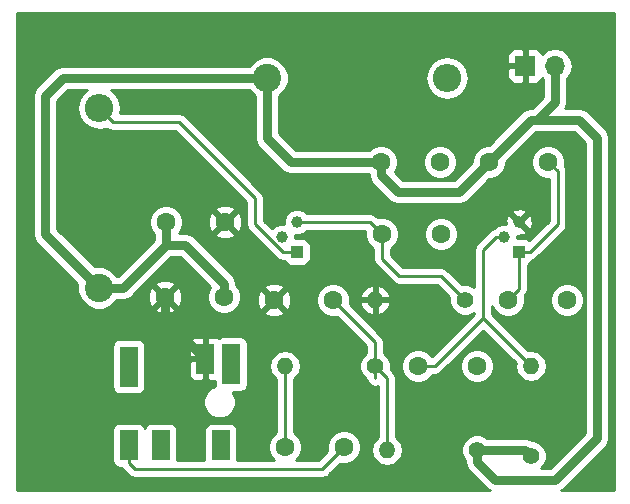
<source format=gbr>
G04 #@! TF.FileFunction,Copper,L1,Top,Signal*
%FSLAX46Y46*%
G04 Gerber Fmt 4.6, Leading zero omitted, Abs format (unit mm)*
G04 Created by KiCad (PCBNEW 4.0.7) date 06/12/18 23:48:04*
%MOMM*%
%LPD*%
G01*
G04 APERTURE LIST*
%ADD10C,0.100000*%
%ADD11C,1.600000*%
%ADD12R,1.500000X2.500000*%
%ADD13R,1.500000X3.400000*%
%ADD14C,2.400000*%
%ADD15O,2.400000X2.400000*%
%ADD16C,1.000000*%
%ADD17R,1.000000X1.000000*%
%ADD18C,1.400000*%
%ADD19O,1.400000X1.400000*%
%ADD20R,1.700000X1.700000*%
%ADD21O,1.700000X1.700000*%
%ADD22C,0.250000*%
%ADD23C,0.781437*%
%ADD24C,0.254000*%
G04 APERTURE END LIST*
D10*
D11*
X83820000Y-92710000D03*
X88820000Y-92710000D03*
X78660000Y-80010000D03*
X73660000Y-80010000D03*
X87884000Y-80264000D03*
X82884000Y-80264000D03*
X91948000Y-68580000D03*
X96948000Y-68580000D03*
X97028000Y-74676000D03*
X92028000Y-74676000D03*
X95076000Y-85852000D03*
X100076000Y-85852000D03*
X101092000Y-68580000D03*
X106092000Y-68580000D03*
X102696000Y-80264000D03*
X107696000Y-80264000D03*
X73740000Y-73660000D03*
X78740000Y-73660000D03*
D12*
X78380000Y-92550000D03*
X73280000Y-92550000D03*
X70580000Y-92550000D03*
D13*
X79280000Y-85700000D03*
D12*
X77080000Y-85250000D03*
D13*
X70580000Y-85900000D03*
D14*
X68072000Y-79248000D03*
D15*
X68072000Y-64008000D03*
D14*
X82296000Y-61468000D03*
D15*
X97536000Y-61468000D03*
D16*
X83566000Y-74930000D03*
X84836000Y-73660000D03*
D17*
X84836000Y-76200000D03*
D16*
X102362000Y-74930000D03*
X103632000Y-73660000D03*
D17*
X103632000Y-76200000D03*
D18*
X91440000Y-85852000D03*
D19*
X83820000Y-85852000D03*
D18*
X100076000Y-92964000D03*
D19*
X92456000Y-92964000D03*
D18*
X99060000Y-80264000D03*
D19*
X91440000Y-80264000D03*
D18*
X104648000Y-93472000D03*
D19*
X104648000Y-85852000D03*
D20*
X104140000Y-60452000D03*
D21*
X106680000Y-60452000D03*
D22*
X83820000Y-85852000D02*
X83820000Y-92710000D01*
X86970000Y-94590000D02*
X86970000Y-94560000D01*
X86970000Y-94560000D02*
X88820000Y-92710000D01*
X71120000Y-94590000D02*
X86970000Y-94590000D01*
X70580000Y-92550000D02*
X70580000Y-94050000D01*
X70580000Y-94050000D02*
X71120000Y-94590000D01*
X70580000Y-92550000D02*
X70580000Y-92050000D01*
D23*
X108712000Y-65024000D02*
X105156000Y-65024000D01*
X106680000Y-60452000D02*
X106680000Y-63500000D01*
X105156000Y-65024000D02*
X104648000Y-65024000D01*
X106680000Y-63500000D02*
X105156000Y-65024000D01*
X100076000Y-92964000D02*
X100076000Y-93953949D01*
X100076000Y-93953949D02*
X101626051Y-95504000D01*
X104648000Y-65024000D02*
X101092000Y-68580000D01*
X101626051Y-95504000D02*
X106680000Y-95504000D01*
X106680000Y-95504000D02*
X110236000Y-91948000D01*
X110236000Y-91948000D02*
X110236000Y-66548000D01*
X110236000Y-66548000D02*
X108712000Y-65024000D01*
X78660000Y-80010000D02*
X78660000Y-78878630D01*
X78660000Y-78878630D02*
X75393370Y-75612000D01*
X75393370Y-75612000D02*
X73740000Y-75612000D01*
X73740000Y-73660000D02*
X73740000Y-74791370D01*
X70104000Y-79248000D02*
X73740000Y-75612000D01*
X73740000Y-75612000D02*
X73740000Y-73660000D01*
X68072000Y-79248000D02*
X70104000Y-79248000D01*
X82296000Y-66548000D02*
X84328000Y-68580000D01*
X84328000Y-68580000D02*
X91948000Y-68580000D01*
X82296000Y-61468000D02*
X82296000Y-66548000D01*
X82296000Y-61468000D02*
X65024000Y-61468000D01*
X65024000Y-61468000D02*
X63500000Y-62992000D01*
X63500000Y-62992000D02*
X63500000Y-74676000D01*
X63500000Y-74676000D02*
X68072000Y-79248000D01*
X93356630Y-71120000D02*
X98552000Y-71120000D01*
X98552000Y-71120000D02*
X101092000Y-68580000D01*
X91948000Y-68580000D02*
X91948000Y-69711370D01*
X91948000Y-69711370D02*
X93356630Y-71120000D01*
X100076000Y-92964000D02*
X104140000Y-92964000D01*
X104140000Y-92964000D02*
X104648000Y-93472000D01*
X73660000Y-80010000D02*
X73660000Y-81830000D01*
X73660000Y-81830000D02*
X77080000Y-85250000D01*
D22*
X91440000Y-83820000D02*
X87884000Y-80264000D01*
X91440000Y-86841949D02*
X91440000Y-85852000D01*
X91440000Y-85852000D02*
X91440000Y-83820000D01*
X92456000Y-92964000D02*
X92456000Y-86868000D01*
X92456000Y-86868000D02*
X91440000Y-85852000D01*
X81280000Y-71628000D02*
X81280000Y-73865002D01*
X81280000Y-73865002D02*
X83614998Y-76200000D01*
X83614998Y-76200000D02*
X84086000Y-76200000D01*
X84086000Y-76200000D02*
X84836000Y-76200000D01*
X74859999Y-65207999D02*
X81280000Y-71628000D01*
X68072000Y-64008000D02*
X69271999Y-65207999D01*
X69271999Y-65207999D02*
X74859999Y-65207999D01*
X93472000Y-78232000D02*
X97028000Y-78232000D01*
X97028000Y-78232000D02*
X99060000Y-80264000D01*
X92028000Y-76788000D02*
X93472000Y-78232000D01*
X92028000Y-74676000D02*
X92028000Y-76788000D01*
X84836000Y-73660000D02*
X91012000Y-73660000D01*
X91012000Y-73660000D02*
X92028000Y-74676000D01*
X96520000Y-85852000D02*
X100584000Y-81788000D01*
X95076000Y-85852000D02*
X96520000Y-85852000D01*
X100584000Y-76000894D02*
X100584000Y-81788000D01*
X100584000Y-81788000D02*
X104648000Y-85852000D01*
X102362000Y-74930000D02*
X101654894Y-74930000D01*
X101654894Y-74930000D02*
X100584000Y-76000894D01*
X103632000Y-76200000D02*
X103632000Y-79328000D01*
X103632000Y-79328000D02*
X102696000Y-80264000D01*
X106891999Y-73871999D02*
X104563998Y-76200000D01*
X104563998Y-76200000D02*
X103632000Y-76200000D01*
X106092000Y-68580000D02*
X106891999Y-69379999D01*
X106891999Y-69379999D02*
X106891999Y-73871999D01*
D24*
G36*
X111633000Y-96393000D02*
X107160287Y-96393000D01*
X107405292Y-96229292D01*
X110961292Y-92673292D01*
X111043673Y-92550000D01*
X111183640Y-92340525D01*
X111261718Y-91948000D01*
X111261718Y-66548000D01*
X111183640Y-66155475D01*
X110961292Y-65822708D01*
X109437292Y-64298708D01*
X109104526Y-64076360D01*
X108712000Y-63998282D01*
X107556975Y-63998282D01*
X107627640Y-63892525D01*
X107705718Y-63500000D01*
X107705718Y-61547408D01*
X107730054Y-61531147D01*
X108051961Y-61049378D01*
X108165000Y-60481093D01*
X108165000Y-60422907D01*
X108051961Y-59854622D01*
X107730054Y-59372853D01*
X107248285Y-59050946D01*
X106680000Y-58937907D01*
X106111715Y-59050946D01*
X105629946Y-59372853D01*
X105600597Y-59416777D01*
X105528327Y-59242302D01*
X105349699Y-59063673D01*
X105116310Y-58967000D01*
X104425750Y-58967000D01*
X104267000Y-59125750D01*
X104267000Y-60325000D01*
X104287000Y-60325000D01*
X104287000Y-60579000D01*
X104267000Y-60579000D01*
X104267000Y-61778250D01*
X104425750Y-61937000D01*
X105116310Y-61937000D01*
X105349699Y-61840327D01*
X105528327Y-61661698D01*
X105600597Y-61487223D01*
X105629946Y-61531147D01*
X105654282Y-61547408D01*
X105654282Y-63075134D01*
X104731134Y-63998282D01*
X104648000Y-63998282D01*
X104255475Y-64076360D01*
X104255473Y-64076361D01*
X104255474Y-64076361D01*
X103922708Y-64298708D01*
X101076430Y-67144986D01*
X100807813Y-67144752D01*
X100280200Y-67362757D01*
X99876176Y-67766077D01*
X99657250Y-68293309D01*
X99657014Y-68564402D01*
X98127134Y-70094282D01*
X93781496Y-70094282D01*
X93122444Y-69435230D01*
X93163824Y-69393923D01*
X93382750Y-68866691D01*
X93382752Y-68864187D01*
X95512752Y-68864187D01*
X95730757Y-69391800D01*
X96134077Y-69795824D01*
X96661309Y-70014750D01*
X97232187Y-70015248D01*
X97759800Y-69797243D01*
X98163824Y-69393923D01*
X98382750Y-68866691D01*
X98383248Y-68295813D01*
X98165243Y-67768200D01*
X97761923Y-67364176D01*
X97234691Y-67145250D01*
X96663813Y-67144752D01*
X96136200Y-67362757D01*
X95732176Y-67766077D01*
X95513250Y-68293309D01*
X95512752Y-68864187D01*
X93382752Y-68864187D01*
X93383248Y-68295813D01*
X93165243Y-67768200D01*
X92761923Y-67364176D01*
X92234691Y-67145250D01*
X91663813Y-67144752D01*
X91136200Y-67362757D01*
X90944341Y-67554282D01*
X84752866Y-67554282D01*
X83321718Y-66123134D01*
X83321718Y-63029655D01*
X83334086Y-63024545D01*
X83850730Y-62508801D01*
X84130681Y-61834605D01*
X84131000Y-61468000D01*
X95665050Y-61468000D01*
X95804731Y-62170224D01*
X96202509Y-62765541D01*
X96797826Y-63163319D01*
X97500050Y-63303000D01*
X97571950Y-63303000D01*
X98274174Y-63163319D01*
X98869491Y-62765541D01*
X99267269Y-62170224D01*
X99406950Y-61468000D01*
X99267269Y-60765776D01*
X99248543Y-60737750D01*
X102655000Y-60737750D01*
X102655000Y-61428309D01*
X102751673Y-61661698D01*
X102930301Y-61840327D01*
X103163690Y-61937000D01*
X103854250Y-61937000D01*
X104013000Y-61778250D01*
X104013000Y-60579000D01*
X102813750Y-60579000D01*
X102655000Y-60737750D01*
X99248543Y-60737750D01*
X98869491Y-60170459D01*
X98274174Y-59772681D01*
X97571950Y-59633000D01*
X97500050Y-59633000D01*
X96797826Y-59772681D01*
X96202509Y-60170459D01*
X95804731Y-60765776D01*
X95665050Y-61468000D01*
X84131000Y-61468000D01*
X84131318Y-61104597D01*
X83852545Y-60429914D01*
X83336801Y-59913270D01*
X82662605Y-59633319D01*
X81932597Y-59632682D01*
X81257914Y-59911455D01*
X80741270Y-60427199D01*
X80735007Y-60442282D01*
X65024000Y-60442282D01*
X64631475Y-60520360D01*
X64631473Y-60520361D01*
X64631474Y-60520361D01*
X64298708Y-60742708D01*
X62774708Y-62266708D01*
X62552360Y-62599474D01*
X62552360Y-62599475D01*
X62474282Y-62992000D01*
X62474282Y-74676000D01*
X62552360Y-75068526D01*
X62774708Y-75401292D01*
X66242451Y-78869035D01*
X66237319Y-78881395D01*
X66236682Y-79611403D01*
X66515455Y-80286086D01*
X67031199Y-80802730D01*
X67705395Y-81082681D01*
X68435403Y-81083318D01*
X68594101Y-81017745D01*
X72831861Y-81017745D01*
X72905995Y-81263864D01*
X73443223Y-81456965D01*
X74013454Y-81429778D01*
X74414005Y-81263864D01*
X74488139Y-81017745D01*
X73660000Y-80189605D01*
X72831861Y-81017745D01*
X68594101Y-81017745D01*
X69110086Y-80804545D01*
X69626730Y-80288801D01*
X69632993Y-80273718D01*
X70104000Y-80273718D01*
X70496526Y-80195640D01*
X70829292Y-79973292D01*
X71009361Y-79793223D01*
X72213035Y-79793223D01*
X72240222Y-80363454D01*
X72406136Y-80764005D01*
X72652255Y-80838139D01*
X73480395Y-80010000D01*
X73839605Y-80010000D01*
X74667745Y-80838139D01*
X74913864Y-80764005D01*
X75106965Y-80226777D01*
X75079778Y-79656546D01*
X74913864Y-79255995D01*
X74667745Y-79181861D01*
X73839605Y-80010000D01*
X73480395Y-80010000D01*
X72652255Y-79181861D01*
X72406136Y-79255995D01*
X72213035Y-79793223D01*
X71009361Y-79793223D01*
X71800329Y-79002255D01*
X72831861Y-79002255D01*
X73660000Y-79830395D01*
X74488139Y-79002255D01*
X74414005Y-78756136D01*
X73876777Y-78563035D01*
X73306546Y-78590222D01*
X72905995Y-78756136D01*
X72831861Y-79002255D01*
X71800329Y-79002255D01*
X74164866Y-76637718D01*
X74968504Y-76637718D01*
X77485556Y-79154770D01*
X77444176Y-79196077D01*
X77225250Y-79723309D01*
X77224752Y-80294187D01*
X77442757Y-80821800D01*
X77846077Y-81225824D01*
X78373309Y-81444750D01*
X78944187Y-81445248D01*
X79364096Y-81271745D01*
X82055861Y-81271745D01*
X82129995Y-81517864D01*
X82667223Y-81710965D01*
X83237454Y-81683778D01*
X83638005Y-81517864D01*
X83712139Y-81271745D01*
X82884000Y-80443605D01*
X82055861Y-81271745D01*
X79364096Y-81271745D01*
X79471800Y-81227243D01*
X79875824Y-80823923D01*
X80094750Y-80296691D01*
X80094967Y-80047223D01*
X81437035Y-80047223D01*
X81464222Y-80617454D01*
X81630136Y-81018005D01*
X81876255Y-81092139D01*
X82704395Y-80264000D01*
X83063605Y-80264000D01*
X83891745Y-81092139D01*
X84137864Y-81018005D01*
X84306735Y-80548187D01*
X86448752Y-80548187D01*
X86666757Y-81075800D01*
X87070077Y-81479824D01*
X87597309Y-81698750D01*
X88168187Y-81699248D01*
X88222149Y-81676951D01*
X90680000Y-84134802D01*
X90680000Y-84724345D01*
X90308902Y-85094796D01*
X90105232Y-85585287D01*
X90104769Y-86116383D01*
X90307582Y-86607229D01*
X90682796Y-86983098D01*
X90710353Y-86994541D01*
X90737852Y-87132788D01*
X90902599Y-87379350D01*
X91149161Y-87544097D01*
X91440000Y-87601949D01*
X91696000Y-87551027D01*
X91696000Y-91879600D01*
X91485858Y-92020012D01*
X91196467Y-92453118D01*
X91094846Y-92964000D01*
X91196467Y-93474882D01*
X91485858Y-93907988D01*
X91918964Y-94197379D01*
X92429846Y-94299000D01*
X92482154Y-94299000D01*
X92993036Y-94197379D01*
X93426142Y-93907988D01*
X93715533Y-93474882D01*
X93817154Y-92964000D01*
X93715533Y-92453118D01*
X93426142Y-92020012D01*
X93216000Y-91879600D01*
X93216000Y-86868000D01*
X93158148Y-86577161D01*
X92993401Y-86330599D01*
X92774774Y-86111972D01*
X92775231Y-85587617D01*
X92572418Y-85096771D01*
X92200000Y-84723703D01*
X92200000Y-83820000D01*
X92146007Y-83548559D01*
X92142148Y-83529160D01*
X91977401Y-83282599D01*
X89297256Y-80602454D01*
X89299384Y-80597329D01*
X90147284Y-80597329D01*
X90290203Y-80942396D01*
X90637337Y-81330764D01*
X91106669Y-81556727D01*
X91313000Y-81434206D01*
X91313000Y-80391000D01*
X91567000Y-80391000D01*
X91567000Y-81434206D01*
X91773331Y-81556727D01*
X92242663Y-81330764D01*
X92589797Y-80942396D01*
X92732716Y-80597329D01*
X92609374Y-80391000D01*
X91567000Y-80391000D01*
X91313000Y-80391000D01*
X90270626Y-80391000D01*
X90147284Y-80597329D01*
X89299384Y-80597329D01*
X89318750Y-80550691D01*
X89319248Y-79979813D01*
X89298943Y-79930671D01*
X90147284Y-79930671D01*
X90270626Y-80137000D01*
X91313000Y-80137000D01*
X91313000Y-79093794D01*
X91567000Y-79093794D01*
X91567000Y-80137000D01*
X92609374Y-80137000D01*
X92732716Y-79930671D01*
X92589797Y-79585604D01*
X92242663Y-79197236D01*
X91773331Y-78971273D01*
X91567000Y-79093794D01*
X91313000Y-79093794D01*
X91106669Y-78971273D01*
X90637337Y-79197236D01*
X90290203Y-79585604D01*
X90147284Y-79930671D01*
X89298943Y-79930671D01*
X89101243Y-79452200D01*
X88697923Y-79048176D01*
X88170691Y-78829250D01*
X87599813Y-78828752D01*
X87072200Y-79046757D01*
X86668176Y-79450077D01*
X86449250Y-79977309D01*
X86448752Y-80548187D01*
X84306735Y-80548187D01*
X84330965Y-80480777D01*
X84303778Y-79910546D01*
X84137864Y-79509995D01*
X83891745Y-79435861D01*
X83063605Y-80264000D01*
X82704395Y-80264000D01*
X81876255Y-79435861D01*
X81630136Y-79509995D01*
X81437035Y-80047223D01*
X80094967Y-80047223D01*
X80095248Y-79725813D01*
X79901231Y-79256255D01*
X82055861Y-79256255D01*
X82884000Y-80084395D01*
X83712139Y-79256255D01*
X83638005Y-79010136D01*
X83100777Y-78817035D01*
X82530546Y-78844222D01*
X82129995Y-79010136D01*
X82055861Y-79256255D01*
X79901231Y-79256255D01*
X79877243Y-79198200D01*
X79685718Y-79006341D01*
X79685718Y-78878630D01*
X79607640Y-78486105D01*
X79385292Y-78153338D01*
X76118662Y-74886708D01*
X75790962Y-74667745D01*
X77911861Y-74667745D01*
X77985995Y-74913864D01*
X78523223Y-75106965D01*
X79093454Y-75079778D01*
X79494005Y-74913864D01*
X79568139Y-74667745D01*
X78740000Y-73839605D01*
X77911861Y-74667745D01*
X75790962Y-74667745D01*
X75785896Y-74664360D01*
X75393370Y-74586282D01*
X74843269Y-74586282D01*
X74955824Y-74473923D01*
X75174750Y-73946691D01*
X75175189Y-73443223D01*
X77293035Y-73443223D01*
X77320222Y-74013454D01*
X77486136Y-74414005D01*
X77732255Y-74488139D01*
X78560395Y-73660000D01*
X78919605Y-73660000D01*
X79747745Y-74488139D01*
X79993864Y-74414005D01*
X80186965Y-73876777D01*
X80159778Y-73306546D01*
X79993864Y-72905995D01*
X79747745Y-72831861D01*
X78919605Y-73660000D01*
X78560395Y-73660000D01*
X77732255Y-72831861D01*
X77486136Y-72905995D01*
X77293035Y-73443223D01*
X75175189Y-73443223D01*
X75175248Y-73375813D01*
X74957243Y-72848200D01*
X74761640Y-72652255D01*
X77911861Y-72652255D01*
X78740000Y-73480395D01*
X79568139Y-72652255D01*
X79494005Y-72406136D01*
X78956777Y-72213035D01*
X78386546Y-72240222D01*
X77985995Y-72406136D01*
X77911861Y-72652255D01*
X74761640Y-72652255D01*
X74553923Y-72444176D01*
X74026691Y-72225250D01*
X73455813Y-72224752D01*
X72928200Y-72442757D01*
X72524176Y-72846077D01*
X72305250Y-73373309D01*
X72304752Y-73944187D01*
X72522757Y-74471800D01*
X72714282Y-74663659D01*
X72714282Y-75187134D01*
X69679134Y-78222282D01*
X69633655Y-78222282D01*
X69628545Y-78209914D01*
X69112801Y-77693270D01*
X68438605Y-77413319D01*
X67708597Y-77412682D01*
X67693503Y-77418919D01*
X64525718Y-74251134D01*
X64525718Y-63416866D01*
X65448866Y-62493718D01*
X67045032Y-62493718D01*
X66774459Y-62674509D01*
X66376681Y-63269826D01*
X66237000Y-63972050D01*
X66237000Y-64043950D01*
X66376681Y-64746174D01*
X66774459Y-65341491D01*
X67369776Y-65739269D01*
X68072000Y-65878950D01*
X68736618Y-65746749D01*
X68981160Y-65910147D01*
X69271999Y-65967999D01*
X74545197Y-65967999D01*
X80520000Y-71942802D01*
X80520000Y-73865002D01*
X80577852Y-74155841D01*
X80742599Y-74402403D01*
X83077597Y-76737401D01*
X83324159Y-76902148D01*
X83614998Y-76960000D01*
X83748721Y-76960000D01*
X83871910Y-77151441D01*
X84084110Y-77296431D01*
X84336000Y-77347440D01*
X85336000Y-77347440D01*
X85571317Y-77303162D01*
X85787441Y-77164090D01*
X85932431Y-76951890D01*
X85983440Y-76700000D01*
X85983440Y-75700000D01*
X85939162Y-75464683D01*
X85800090Y-75248559D01*
X85587890Y-75103569D01*
X85336000Y-75052560D01*
X84700894Y-75052560D01*
X84701119Y-74794883D01*
X85060775Y-74795197D01*
X85478086Y-74622767D01*
X85681207Y-74420000D01*
X90593223Y-74420000D01*
X90592752Y-74960187D01*
X90810757Y-75487800D01*
X91214077Y-75891824D01*
X91268000Y-75914215D01*
X91268000Y-76788000D01*
X91325852Y-77078839D01*
X91490599Y-77325401D01*
X92934599Y-78769401D01*
X93181160Y-78934148D01*
X93472000Y-78992000D01*
X96713198Y-78992000D01*
X97725226Y-80004028D01*
X97724769Y-80528383D01*
X97927582Y-81019229D01*
X98302796Y-81395098D01*
X98793287Y-81598768D01*
X99324383Y-81599231D01*
X99815229Y-81396418D01*
X99824000Y-81387662D01*
X99824000Y-81473198D01*
X96275136Y-85022062D01*
X95889923Y-84636176D01*
X95362691Y-84417250D01*
X94791813Y-84416752D01*
X94264200Y-84634757D01*
X93860176Y-85038077D01*
X93641250Y-85565309D01*
X93640752Y-86136187D01*
X93858757Y-86663800D01*
X94262077Y-87067824D01*
X94789309Y-87286750D01*
X95360187Y-87287248D01*
X95887800Y-87069243D01*
X96291824Y-86665923D01*
X96314215Y-86612000D01*
X96520000Y-86612000D01*
X96810839Y-86554148D01*
X97057401Y-86389401D01*
X97310615Y-86136187D01*
X98640752Y-86136187D01*
X98858757Y-86663800D01*
X99262077Y-87067824D01*
X99789309Y-87286750D01*
X100360187Y-87287248D01*
X100887800Y-87069243D01*
X101291824Y-86665923D01*
X101510750Y-86138691D01*
X101511248Y-85567813D01*
X101293243Y-85040200D01*
X100889923Y-84636176D01*
X100362691Y-84417250D01*
X99791813Y-84416752D01*
X99264200Y-84634757D01*
X98860176Y-85038077D01*
X98641250Y-85565309D01*
X98640752Y-86136187D01*
X97310615Y-86136187D01*
X100584000Y-82862802D01*
X103351830Y-85630632D01*
X103313000Y-85825846D01*
X103313000Y-85878154D01*
X103414621Y-86389036D01*
X103704012Y-86822142D01*
X104137118Y-87111533D01*
X104648000Y-87213154D01*
X105158882Y-87111533D01*
X105591988Y-86822142D01*
X105881379Y-86389036D01*
X105983000Y-85878154D01*
X105983000Y-85825846D01*
X105881379Y-85314964D01*
X105591988Y-84881858D01*
X105158882Y-84592467D01*
X104648000Y-84490846D01*
X104409157Y-84538355D01*
X101344000Y-81473198D01*
X101344000Y-80749663D01*
X101478757Y-81075800D01*
X101882077Y-81479824D01*
X102409309Y-81698750D01*
X102980187Y-81699248D01*
X103507800Y-81481243D01*
X103911824Y-81077923D01*
X104130750Y-80550691D01*
X104130752Y-80548187D01*
X106260752Y-80548187D01*
X106478757Y-81075800D01*
X106882077Y-81479824D01*
X107409309Y-81698750D01*
X107980187Y-81699248D01*
X108507800Y-81481243D01*
X108911824Y-81077923D01*
X109130750Y-80550691D01*
X109131248Y-79979813D01*
X108913243Y-79452200D01*
X108509923Y-79048176D01*
X107982691Y-78829250D01*
X107411813Y-78828752D01*
X106884200Y-79046757D01*
X106480176Y-79450077D01*
X106261250Y-79977309D01*
X106260752Y-80548187D01*
X104130752Y-80548187D01*
X104131248Y-79979813D01*
X104108951Y-79925851D01*
X104169401Y-79865401D01*
X104334148Y-79618839D01*
X104392000Y-79328000D01*
X104392000Y-77287279D01*
X104583441Y-77164090D01*
X104728431Y-76951890D01*
X104733621Y-76926260D01*
X104854837Y-76902148D01*
X105101399Y-76737401D01*
X107429400Y-74409400D01*
X107594147Y-74162838D01*
X107651999Y-73871999D01*
X107651999Y-69379999D01*
X107594147Y-69089160D01*
X107594147Y-69089159D01*
X107495609Y-68941687D01*
X107526750Y-68866691D01*
X107527248Y-68295813D01*
X107309243Y-67768200D01*
X106905923Y-67364176D01*
X106378691Y-67145250D01*
X105807813Y-67144752D01*
X105280200Y-67362757D01*
X104876176Y-67766077D01*
X104657250Y-68293309D01*
X104656752Y-68864187D01*
X104874757Y-69391800D01*
X105278077Y-69795824D01*
X105805309Y-70014750D01*
X106131999Y-70015035D01*
X106131999Y-73557197D01*
X104503738Y-75185458D01*
X104383890Y-75103569D01*
X104132000Y-75052560D01*
X103496894Y-75052560D01*
X103497108Y-74807394D01*
X103937375Y-74776217D01*
X104205352Y-74665217D01*
X104242499Y-74450104D01*
X103632000Y-73839605D01*
X103617858Y-73853748D01*
X103438253Y-73674143D01*
X103452395Y-73660000D01*
X103811605Y-73660000D01*
X104422104Y-74270499D01*
X104637217Y-74233352D01*
X104780112Y-73805028D01*
X104748217Y-73354625D01*
X104637217Y-73086648D01*
X104422104Y-73049501D01*
X103811605Y-73660000D01*
X103452395Y-73660000D01*
X102841896Y-73049501D01*
X102626783Y-73086648D01*
X102483888Y-73514972D01*
X102503727Y-73795123D01*
X102137225Y-73794803D01*
X101719914Y-73967233D01*
X101482427Y-74204306D01*
X101364055Y-74227852D01*
X101117493Y-74392599D01*
X100046599Y-75463493D01*
X99881852Y-75710055D01*
X99824000Y-76000894D01*
X99824000Y-79139710D01*
X99817204Y-79132902D01*
X99326713Y-78929232D01*
X98799574Y-78928772D01*
X97565401Y-77694599D01*
X97318839Y-77529852D01*
X97028000Y-77472000D01*
X93786802Y-77472000D01*
X92788000Y-76473198D01*
X92788000Y-75914646D01*
X92839800Y-75893243D01*
X93243824Y-75489923D01*
X93462750Y-74962691D01*
X93462752Y-74960187D01*
X95592752Y-74960187D01*
X95810757Y-75487800D01*
X96214077Y-75891824D01*
X96741309Y-76110750D01*
X97312187Y-76111248D01*
X97839800Y-75893243D01*
X98243824Y-75489923D01*
X98462750Y-74962691D01*
X98463248Y-74391813D01*
X98245243Y-73864200D01*
X97841923Y-73460176D01*
X97314691Y-73241250D01*
X96743813Y-73240752D01*
X96216200Y-73458757D01*
X95812176Y-73862077D01*
X95593250Y-74389309D01*
X95592752Y-74960187D01*
X93462752Y-74960187D01*
X93463248Y-74391813D01*
X93245243Y-73864200D01*
X92841923Y-73460176D01*
X92314691Y-73241250D01*
X91743813Y-73240752D01*
X91689851Y-73263049D01*
X91549401Y-73122599D01*
X91302839Y-72957852D01*
X91012000Y-72900000D01*
X85681059Y-72900000D01*
X85651008Y-72869896D01*
X103021501Y-72869896D01*
X103632000Y-73480395D01*
X104242499Y-72869896D01*
X104205352Y-72654783D01*
X103777028Y-72511888D01*
X103326625Y-72543783D01*
X103058648Y-72654783D01*
X103021501Y-72869896D01*
X85651008Y-72869896D01*
X85479765Y-72698355D01*
X85062756Y-72525197D01*
X84611225Y-72524803D01*
X84193914Y-72697233D01*
X83874355Y-73016235D01*
X83701197Y-73433244D01*
X83700881Y-73795117D01*
X83341225Y-73794803D01*
X82923914Y-73967233D01*
X82690270Y-74200470D01*
X82040000Y-73550200D01*
X82040000Y-71628000D01*
X81982148Y-71337161D01*
X81817401Y-71090599D01*
X75397400Y-64670598D01*
X75150838Y-64505851D01*
X74859999Y-64447999D01*
X69826630Y-64447999D01*
X69907000Y-64043950D01*
X69907000Y-63972050D01*
X69767319Y-63269826D01*
X69369541Y-62674509D01*
X69098968Y-62493718D01*
X80734345Y-62493718D01*
X80739455Y-62506086D01*
X81255199Y-63022730D01*
X81270282Y-63028993D01*
X81270282Y-66548000D01*
X81348360Y-66940526D01*
X81570708Y-67273292D01*
X83602708Y-69305292D01*
X83935474Y-69527640D01*
X84328000Y-69605718D01*
X90922282Y-69605718D01*
X90922282Y-69711370D01*
X91000360Y-70103896D01*
X91222708Y-70436662D01*
X92631338Y-71845292D01*
X92964105Y-72067640D01*
X93356630Y-72145718D01*
X98552000Y-72145718D01*
X98944526Y-72067640D01*
X99277292Y-71845292D01*
X101107570Y-70015014D01*
X101376187Y-70015248D01*
X101903800Y-69797243D01*
X102307824Y-69393923D01*
X102526750Y-68866691D01*
X102526986Y-68595598D01*
X105072866Y-66049718D01*
X108287134Y-66049718D01*
X109210282Y-66972866D01*
X109210282Y-91523134D01*
X106255134Y-94478282D01*
X105529585Y-94478282D01*
X105779098Y-94229204D01*
X105982768Y-93738713D01*
X105983231Y-93207617D01*
X105780418Y-92716771D01*
X105405204Y-92340902D01*
X104914713Y-92137232D01*
X104713160Y-92137056D01*
X104532526Y-92016360D01*
X104140000Y-91938282D01*
X100938400Y-91938282D01*
X100833204Y-91832902D01*
X100342713Y-91629232D01*
X99811617Y-91628769D01*
X99320771Y-91831582D01*
X98944902Y-92206796D01*
X98741232Y-92697287D01*
X98740769Y-93228383D01*
X98943582Y-93719229D01*
X99050282Y-93826115D01*
X99050282Y-93953949D01*
X99128360Y-94346475D01*
X99350708Y-94679241D01*
X100900759Y-96229292D01*
X101145764Y-96393000D01*
X61087000Y-96393000D01*
X61087000Y-91300000D01*
X69182560Y-91300000D01*
X69182560Y-93800000D01*
X69226838Y-94035317D01*
X69365910Y-94251441D01*
X69578110Y-94396431D01*
X69830000Y-94447440D01*
X69949080Y-94447440D01*
X70042599Y-94587401D01*
X70582599Y-95127401D01*
X70829160Y-95292148D01*
X71120000Y-95350000D01*
X86970000Y-95350000D01*
X87260839Y-95292148D01*
X87507401Y-95127401D01*
X87567811Y-95036991D01*
X88481546Y-94123256D01*
X88533309Y-94144750D01*
X89104187Y-94145248D01*
X89631800Y-93927243D01*
X90035824Y-93523923D01*
X90254750Y-92996691D01*
X90255248Y-92425813D01*
X90037243Y-91898200D01*
X89633923Y-91494176D01*
X89106691Y-91275250D01*
X88535813Y-91274752D01*
X88008200Y-91492757D01*
X87604176Y-91896077D01*
X87385250Y-92423309D01*
X87384752Y-92994187D01*
X87407049Y-93048149D01*
X86625198Y-93830000D01*
X84729213Y-93830000D01*
X85035824Y-93523923D01*
X85254750Y-92996691D01*
X85255248Y-92425813D01*
X85037243Y-91898200D01*
X84633923Y-91494176D01*
X84580000Y-91471785D01*
X84580000Y-86936400D01*
X84790142Y-86795988D01*
X85079533Y-86362882D01*
X85181154Y-85852000D01*
X85079533Y-85341118D01*
X84790142Y-84908012D01*
X84357036Y-84618621D01*
X83846154Y-84517000D01*
X83793846Y-84517000D01*
X83282964Y-84618621D01*
X82849858Y-84908012D01*
X82560467Y-85341118D01*
X82458846Y-85852000D01*
X82560467Y-86362882D01*
X82849858Y-86795988D01*
X83060000Y-86936400D01*
X83060000Y-91471354D01*
X83008200Y-91492757D01*
X82604176Y-91896077D01*
X82385250Y-92423309D01*
X82384752Y-92994187D01*
X82602757Y-93521800D01*
X82910420Y-93830000D01*
X79771365Y-93830000D01*
X79777440Y-93800000D01*
X79777440Y-91300000D01*
X79733162Y-91064683D01*
X79594090Y-90848559D01*
X79381890Y-90703569D01*
X79130000Y-90652560D01*
X77630000Y-90652560D01*
X77394683Y-90696838D01*
X77178559Y-90835910D01*
X77033569Y-91048110D01*
X76982560Y-91300000D01*
X76982560Y-93800000D01*
X76988205Y-93830000D01*
X74671365Y-93830000D01*
X74677440Y-93800000D01*
X74677440Y-91300000D01*
X74633162Y-91064683D01*
X74494090Y-90848559D01*
X74281890Y-90703569D01*
X74030000Y-90652560D01*
X72530000Y-90652560D01*
X72294683Y-90696838D01*
X72078559Y-90835910D01*
X71933569Y-91048110D01*
X71930919Y-91061197D01*
X71794090Y-90848559D01*
X71581890Y-90703569D01*
X71330000Y-90652560D01*
X69830000Y-90652560D01*
X69594683Y-90696838D01*
X69378559Y-90835910D01*
X69233569Y-91048110D01*
X69182560Y-91300000D01*
X61087000Y-91300000D01*
X61087000Y-89174285D01*
X76894760Y-89174285D01*
X77105169Y-89683515D01*
X77494436Y-90073461D01*
X78003298Y-90284759D01*
X78554285Y-90285240D01*
X79063515Y-90074831D01*
X79453461Y-89685564D01*
X79664759Y-89176702D01*
X79665240Y-88625715D01*
X79454831Y-88116485D01*
X79385906Y-88047440D01*
X80030000Y-88047440D01*
X80265317Y-88003162D01*
X80481441Y-87864090D01*
X80626431Y-87651890D01*
X80677440Y-87400000D01*
X80677440Y-84000000D01*
X80633162Y-83764683D01*
X80494090Y-83548559D01*
X80281890Y-83403569D01*
X80030000Y-83352560D01*
X78530000Y-83352560D01*
X78294683Y-83396838D01*
X78191354Y-83463328D01*
X78189699Y-83461673D01*
X77956310Y-83365000D01*
X77365750Y-83365000D01*
X77207000Y-83523750D01*
X77207000Y-85123000D01*
X77227000Y-85123000D01*
X77227000Y-85377000D01*
X77207000Y-85377000D01*
X77207000Y-86976250D01*
X77365750Y-87135000D01*
X77882560Y-87135000D01*
X77882560Y-87400000D01*
X77911480Y-87553697D01*
X77496485Y-87725169D01*
X77106539Y-88114436D01*
X76895241Y-88623298D01*
X76894760Y-89174285D01*
X61087000Y-89174285D01*
X61087000Y-84200000D01*
X69182560Y-84200000D01*
X69182560Y-87600000D01*
X69226838Y-87835317D01*
X69365910Y-88051441D01*
X69578110Y-88196431D01*
X69830000Y-88247440D01*
X71330000Y-88247440D01*
X71565317Y-88203162D01*
X71781441Y-88064090D01*
X71926431Y-87851890D01*
X71977440Y-87600000D01*
X71977440Y-85535750D01*
X75695000Y-85535750D01*
X75695000Y-86626309D01*
X75791673Y-86859698D01*
X75970301Y-87038327D01*
X76203690Y-87135000D01*
X76794250Y-87135000D01*
X76953000Y-86976250D01*
X76953000Y-85377000D01*
X75853750Y-85377000D01*
X75695000Y-85535750D01*
X71977440Y-85535750D01*
X71977440Y-84200000D01*
X71933162Y-83964683D01*
X71874611Y-83873691D01*
X75695000Y-83873691D01*
X75695000Y-84964250D01*
X75853750Y-85123000D01*
X76953000Y-85123000D01*
X76953000Y-83523750D01*
X76794250Y-83365000D01*
X76203690Y-83365000D01*
X75970301Y-83461673D01*
X75791673Y-83640302D01*
X75695000Y-83873691D01*
X71874611Y-83873691D01*
X71794090Y-83748559D01*
X71581890Y-83603569D01*
X71330000Y-83552560D01*
X69830000Y-83552560D01*
X69594683Y-83596838D01*
X69378559Y-83735910D01*
X69233569Y-83948110D01*
X69182560Y-84200000D01*
X61087000Y-84200000D01*
X61087000Y-59475691D01*
X102655000Y-59475691D01*
X102655000Y-60166250D01*
X102813750Y-60325000D01*
X104013000Y-60325000D01*
X104013000Y-59125750D01*
X103854250Y-58967000D01*
X103163690Y-58967000D01*
X102930301Y-59063673D01*
X102751673Y-59242302D01*
X102655000Y-59475691D01*
X61087000Y-59475691D01*
X61087000Y-56007000D01*
X111633000Y-56007000D01*
X111633000Y-96393000D01*
X111633000Y-96393000D01*
G37*
X111633000Y-96393000D02*
X107160287Y-96393000D01*
X107405292Y-96229292D01*
X110961292Y-92673292D01*
X111043673Y-92550000D01*
X111183640Y-92340525D01*
X111261718Y-91948000D01*
X111261718Y-66548000D01*
X111183640Y-66155475D01*
X110961292Y-65822708D01*
X109437292Y-64298708D01*
X109104526Y-64076360D01*
X108712000Y-63998282D01*
X107556975Y-63998282D01*
X107627640Y-63892525D01*
X107705718Y-63500000D01*
X107705718Y-61547408D01*
X107730054Y-61531147D01*
X108051961Y-61049378D01*
X108165000Y-60481093D01*
X108165000Y-60422907D01*
X108051961Y-59854622D01*
X107730054Y-59372853D01*
X107248285Y-59050946D01*
X106680000Y-58937907D01*
X106111715Y-59050946D01*
X105629946Y-59372853D01*
X105600597Y-59416777D01*
X105528327Y-59242302D01*
X105349699Y-59063673D01*
X105116310Y-58967000D01*
X104425750Y-58967000D01*
X104267000Y-59125750D01*
X104267000Y-60325000D01*
X104287000Y-60325000D01*
X104287000Y-60579000D01*
X104267000Y-60579000D01*
X104267000Y-61778250D01*
X104425750Y-61937000D01*
X105116310Y-61937000D01*
X105349699Y-61840327D01*
X105528327Y-61661698D01*
X105600597Y-61487223D01*
X105629946Y-61531147D01*
X105654282Y-61547408D01*
X105654282Y-63075134D01*
X104731134Y-63998282D01*
X104648000Y-63998282D01*
X104255475Y-64076360D01*
X104255473Y-64076361D01*
X104255474Y-64076361D01*
X103922708Y-64298708D01*
X101076430Y-67144986D01*
X100807813Y-67144752D01*
X100280200Y-67362757D01*
X99876176Y-67766077D01*
X99657250Y-68293309D01*
X99657014Y-68564402D01*
X98127134Y-70094282D01*
X93781496Y-70094282D01*
X93122444Y-69435230D01*
X93163824Y-69393923D01*
X93382750Y-68866691D01*
X93382752Y-68864187D01*
X95512752Y-68864187D01*
X95730757Y-69391800D01*
X96134077Y-69795824D01*
X96661309Y-70014750D01*
X97232187Y-70015248D01*
X97759800Y-69797243D01*
X98163824Y-69393923D01*
X98382750Y-68866691D01*
X98383248Y-68295813D01*
X98165243Y-67768200D01*
X97761923Y-67364176D01*
X97234691Y-67145250D01*
X96663813Y-67144752D01*
X96136200Y-67362757D01*
X95732176Y-67766077D01*
X95513250Y-68293309D01*
X95512752Y-68864187D01*
X93382752Y-68864187D01*
X93383248Y-68295813D01*
X93165243Y-67768200D01*
X92761923Y-67364176D01*
X92234691Y-67145250D01*
X91663813Y-67144752D01*
X91136200Y-67362757D01*
X90944341Y-67554282D01*
X84752866Y-67554282D01*
X83321718Y-66123134D01*
X83321718Y-63029655D01*
X83334086Y-63024545D01*
X83850730Y-62508801D01*
X84130681Y-61834605D01*
X84131000Y-61468000D01*
X95665050Y-61468000D01*
X95804731Y-62170224D01*
X96202509Y-62765541D01*
X96797826Y-63163319D01*
X97500050Y-63303000D01*
X97571950Y-63303000D01*
X98274174Y-63163319D01*
X98869491Y-62765541D01*
X99267269Y-62170224D01*
X99406950Y-61468000D01*
X99267269Y-60765776D01*
X99248543Y-60737750D01*
X102655000Y-60737750D01*
X102655000Y-61428309D01*
X102751673Y-61661698D01*
X102930301Y-61840327D01*
X103163690Y-61937000D01*
X103854250Y-61937000D01*
X104013000Y-61778250D01*
X104013000Y-60579000D01*
X102813750Y-60579000D01*
X102655000Y-60737750D01*
X99248543Y-60737750D01*
X98869491Y-60170459D01*
X98274174Y-59772681D01*
X97571950Y-59633000D01*
X97500050Y-59633000D01*
X96797826Y-59772681D01*
X96202509Y-60170459D01*
X95804731Y-60765776D01*
X95665050Y-61468000D01*
X84131000Y-61468000D01*
X84131318Y-61104597D01*
X83852545Y-60429914D01*
X83336801Y-59913270D01*
X82662605Y-59633319D01*
X81932597Y-59632682D01*
X81257914Y-59911455D01*
X80741270Y-60427199D01*
X80735007Y-60442282D01*
X65024000Y-60442282D01*
X64631475Y-60520360D01*
X64631473Y-60520361D01*
X64631474Y-60520361D01*
X64298708Y-60742708D01*
X62774708Y-62266708D01*
X62552360Y-62599474D01*
X62552360Y-62599475D01*
X62474282Y-62992000D01*
X62474282Y-74676000D01*
X62552360Y-75068526D01*
X62774708Y-75401292D01*
X66242451Y-78869035D01*
X66237319Y-78881395D01*
X66236682Y-79611403D01*
X66515455Y-80286086D01*
X67031199Y-80802730D01*
X67705395Y-81082681D01*
X68435403Y-81083318D01*
X68594101Y-81017745D01*
X72831861Y-81017745D01*
X72905995Y-81263864D01*
X73443223Y-81456965D01*
X74013454Y-81429778D01*
X74414005Y-81263864D01*
X74488139Y-81017745D01*
X73660000Y-80189605D01*
X72831861Y-81017745D01*
X68594101Y-81017745D01*
X69110086Y-80804545D01*
X69626730Y-80288801D01*
X69632993Y-80273718D01*
X70104000Y-80273718D01*
X70496526Y-80195640D01*
X70829292Y-79973292D01*
X71009361Y-79793223D01*
X72213035Y-79793223D01*
X72240222Y-80363454D01*
X72406136Y-80764005D01*
X72652255Y-80838139D01*
X73480395Y-80010000D01*
X73839605Y-80010000D01*
X74667745Y-80838139D01*
X74913864Y-80764005D01*
X75106965Y-80226777D01*
X75079778Y-79656546D01*
X74913864Y-79255995D01*
X74667745Y-79181861D01*
X73839605Y-80010000D01*
X73480395Y-80010000D01*
X72652255Y-79181861D01*
X72406136Y-79255995D01*
X72213035Y-79793223D01*
X71009361Y-79793223D01*
X71800329Y-79002255D01*
X72831861Y-79002255D01*
X73660000Y-79830395D01*
X74488139Y-79002255D01*
X74414005Y-78756136D01*
X73876777Y-78563035D01*
X73306546Y-78590222D01*
X72905995Y-78756136D01*
X72831861Y-79002255D01*
X71800329Y-79002255D01*
X74164866Y-76637718D01*
X74968504Y-76637718D01*
X77485556Y-79154770D01*
X77444176Y-79196077D01*
X77225250Y-79723309D01*
X77224752Y-80294187D01*
X77442757Y-80821800D01*
X77846077Y-81225824D01*
X78373309Y-81444750D01*
X78944187Y-81445248D01*
X79364096Y-81271745D01*
X82055861Y-81271745D01*
X82129995Y-81517864D01*
X82667223Y-81710965D01*
X83237454Y-81683778D01*
X83638005Y-81517864D01*
X83712139Y-81271745D01*
X82884000Y-80443605D01*
X82055861Y-81271745D01*
X79364096Y-81271745D01*
X79471800Y-81227243D01*
X79875824Y-80823923D01*
X80094750Y-80296691D01*
X80094967Y-80047223D01*
X81437035Y-80047223D01*
X81464222Y-80617454D01*
X81630136Y-81018005D01*
X81876255Y-81092139D01*
X82704395Y-80264000D01*
X83063605Y-80264000D01*
X83891745Y-81092139D01*
X84137864Y-81018005D01*
X84306735Y-80548187D01*
X86448752Y-80548187D01*
X86666757Y-81075800D01*
X87070077Y-81479824D01*
X87597309Y-81698750D01*
X88168187Y-81699248D01*
X88222149Y-81676951D01*
X90680000Y-84134802D01*
X90680000Y-84724345D01*
X90308902Y-85094796D01*
X90105232Y-85585287D01*
X90104769Y-86116383D01*
X90307582Y-86607229D01*
X90682796Y-86983098D01*
X90710353Y-86994541D01*
X90737852Y-87132788D01*
X90902599Y-87379350D01*
X91149161Y-87544097D01*
X91440000Y-87601949D01*
X91696000Y-87551027D01*
X91696000Y-91879600D01*
X91485858Y-92020012D01*
X91196467Y-92453118D01*
X91094846Y-92964000D01*
X91196467Y-93474882D01*
X91485858Y-93907988D01*
X91918964Y-94197379D01*
X92429846Y-94299000D01*
X92482154Y-94299000D01*
X92993036Y-94197379D01*
X93426142Y-93907988D01*
X93715533Y-93474882D01*
X93817154Y-92964000D01*
X93715533Y-92453118D01*
X93426142Y-92020012D01*
X93216000Y-91879600D01*
X93216000Y-86868000D01*
X93158148Y-86577161D01*
X92993401Y-86330599D01*
X92774774Y-86111972D01*
X92775231Y-85587617D01*
X92572418Y-85096771D01*
X92200000Y-84723703D01*
X92200000Y-83820000D01*
X92146007Y-83548559D01*
X92142148Y-83529160D01*
X91977401Y-83282599D01*
X89297256Y-80602454D01*
X89299384Y-80597329D01*
X90147284Y-80597329D01*
X90290203Y-80942396D01*
X90637337Y-81330764D01*
X91106669Y-81556727D01*
X91313000Y-81434206D01*
X91313000Y-80391000D01*
X91567000Y-80391000D01*
X91567000Y-81434206D01*
X91773331Y-81556727D01*
X92242663Y-81330764D01*
X92589797Y-80942396D01*
X92732716Y-80597329D01*
X92609374Y-80391000D01*
X91567000Y-80391000D01*
X91313000Y-80391000D01*
X90270626Y-80391000D01*
X90147284Y-80597329D01*
X89299384Y-80597329D01*
X89318750Y-80550691D01*
X89319248Y-79979813D01*
X89298943Y-79930671D01*
X90147284Y-79930671D01*
X90270626Y-80137000D01*
X91313000Y-80137000D01*
X91313000Y-79093794D01*
X91567000Y-79093794D01*
X91567000Y-80137000D01*
X92609374Y-80137000D01*
X92732716Y-79930671D01*
X92589797Y-79585604D01*
X92242663Y-79197236D01*
X91773331Y-78971273D01*
X91567000Y-79093794D01*
X91313000Y-79093794D01*
X91106669Y-78971273D01*
X90637337Y-79197236D01*
X90290203Y-79585604D01*
X90147284Y-79930671D01*
X89298943Y-79930671D01*
X89101243Y-79452200D01*
X88697923Y-79048176D01*
X88170691Y-78829250D01*
X87599813Y-78828752D01*
X87072200Y-79046757D01*
X86668176Y-79450077D01*
X86449250Y-79977309D01*
X86448752Y-80548187D01*
X84306735Y-80548187D01*
X84330965Y-80480777D01*
X84303778Y-79910546D01*
X84137864Y-79509995D01*
X83891745Y-79435861D01*
X83063605Y-80264000D01*
X82704395Y-80264000D01*
X81876255Y-79435861D01*
X81630136Y-79509995D01*
X81437035Y-80047223D01*
X80094967Y-80047223D01*
X80095248Y-79725813D01*
X79901231Y-79256255D01*
X82055861Y-79256255D01*
X82884000Y-80084395D01*
X83712139Y-79256255D01*
X83638005Y-79010136D01*
X83100777Y-78817035D01*
X82530546Y-78844222D01*
X82129995Y-79010136D01*
X82055861Y-79256255D01*
X79901231Y-79256255D01*
X79877243Y-79198200D01*
X79685718Y-79006341D01*
X79685718Y-78878630D01*
X79607640Y-78486105D01*
X79385292Y-78153338D01*
X76118662Y-74886708D01*
X75790962Y-74667745D01*
X77911861Y-74667745D01*
X77985995Y-74913864D01*
X78523223Y-75106965D01*
X79093454Y-75079778D01*
X79494005Y-74913864D01*
X79568139Y-74667745D01*
X78740000Y-73839605D01*
X77911861Y-74667745D01*
X75790962Y-74667745D01*
X75785896Y-74664360D01*
X75393370Y-74586282D01*
X74843269Y-74586282D01*
X74955824Y-74473923D01*
X75174750Y-73946691D01*
X75175189Y-73443223D01*
X77293035Y-73443223D01*
X77320222Y-74013454D01*
X77486136Y-74414005D01*
X77732255Y-74488139D01*
X78560395Y-73660000D01*
X78919605Y-73660000D01*
X79747745Y-74488139D01*
X79993864Y-74414005D01*
X80186965Y-73876777D01*
X80159778Y-73306546D01*
X79993864Y-72905995D01*
X79747745Y-72831861D01*
X78919605Y-73660000D01*
X78560395Y-73660000D01*
X77732255Y-72831861D01*
X77486136Y-72905995D01*
X77293035Y-73443223D01*
X75175189Y-73443223D01*
X75175248Y-73375813D01*
X74957243Y-72848200D01*
X74761640Y-72652255D01*
X77911861Y-72652255D01*
X78740000Y-73480395D01*
X79568139Y-72652255D01*
X79494005Y-72406136D01*
X78956777Y-72213035D01*
X78386546Y-72240222D01*
X77985995Y-72406136D01*
X77911861Y-72652255D01*
X74761640Y-72652255D01*
X74553923Y-72444176D01*
X74026691Y-72225250D01*
X73455813Y-72224752D01*
X72928200Y-72442757D01*
X72524176Y-72846077D01*
X72305250Y-73373309D01*
X72304752Y-73944187D01*
X72522757Y-74471800D01*
X72714282Y-74663659D01*
X72714282Y-75187134D01*
X69679134Y-78222282D01*
X69633655Y-78222282D01*
X69628545Y-78209914D01*
X69112801Y-77693270D01*
X68438605Y-77413319D01*
X67708597Y-77412682D01*
X67693503Y-77418919D01*
X64525718Y-74251134D01*
X64525718Y-63416866D01*
X65448866Y-62493718D01*
X67045032Y-62493718D01*
X66774459Y-62674509D01*
X66376681Y-63269826D01*
X66237000Y-63972050D01*
X66237000Y-64043950D01*
X66376681Y-64746174D01*
X66774459Y-65341491D01*
X67369776Y-65739269D01*
X68072000Y-65878950D01*
X68736618Y-65746749D01*
X68981160Y-65910147D01*
X69271999Y-65967999D01*
X74545197Y-65967999D01*
X80520000Y-71942802D01*
X80520000Y-73865002D01*
X80577852Y-74155841D01*
X80742599Y-74402403D01*
X83077597Y-76737401D01*
X83324159Y-76902148D01*
X83614998Y-76960000D01*
X83748721Y-76960000D01*
X83871910Y-77151441D01*
X84084110Y-77296431D01*
X84336000Y-77347440D01*
X85336000Y-77347440D01*
X85571317Y-77303162D01*
X85787441Y-77164090D01*
X85932431Y-76951890D01*
X85983440Y-76700000D01*
X85983440Y-75700000D01*
X85939162Y-75464683D01*
X85800090Y-75248559D01*
X85587890Y-75103569D01*
X85336000Y-75052560D01*
X84700894Y-75052560D01*
X84701119Y-74794883D01*
X85060775Y-74795197D01*
X85478086Y-74622767D01*
X85681207Y-74420000D01*
X90593223Y-74420000D01*
X90592752Y-74960187D01*
X90810757Y-75487800D01*
X91214077Y-75891824D01*
X91268000Y-75914215D01*
X91268000Y-76788000D01*
X91325852Y-77078839D01*
X91490599Y-77325401D01*
X92934599Y-78769401D01*
X93181160Y-78934148D01*
X93472000Y-78992000D01*
X96713198Y-78992000D01*
X97725226Y-80004028D01*
X97724769Y-80528383D01*
X97927582Y-81019229D01*
X98302796Y-81395098D01*
X98793287Y-81598768D01*
X99324383Y-81599231D01*
X99815229Y-81396418D01*
X99824000Y-81387662D01*
X99824000Y-81473198D01*
X96275136Y-85022062D01*
X95889923Y-84636176D01*
X95362691Y-84417250D01*
X94791813Y-84416752D01*
X94264200Y-84634757D01*
X93860176Y-85038077D01*
X93641250Y-85565309D01*
X93640752Y-86136187D01*
X93858757Y-86663800D01*
X94262077Y-87067824D01*
X94789309Y-87286750D01*
X95360187Y-87287248D01*
X95887800Y-87069243D01*
X96291824Y-86665923D01*
X96314215Y-86612000D01*
X96520000Y-86612000D01*
X96810839Y-86554148D01*
X97057401Y-86389401D01*
X97310615Y-86136187D01*
X98640752Y-86136187D01*
X98858757Y-86663800D01*
X99262077Y-87067824D01*
X99789309Y-87286750D01*
X100360187Y-87287248D01*
X100887800Y-87069243D01*
X101291824Y-86665923D01*
X101510750Y-86138691D01*
X101511248Y-85567813D01*
X101293243Y-85040200D01*
X100889923Y-84636176D01*
X100362691Y-84417250D01*
X99791813Y-84416752D01*
X99264200Y-84634757D01*
X98860176Y-85038077D01*
X98641250Y-85565309D01*
X98640752Y-86136187D01*
X97310615Y-86136187D01*
X100584000Y-82862802D01*
X103351830Y-85630632D01*
X103313000Y-85825846D01*
X103313000Y-85878154D01*
X103414621Y-86389036D01*
X103704012Y-86822142D01*
X104137118Y-87111533D01*
X104648000Y-87213154D01*
X105158882Y-87111533D01*
X105591988Y-86822142D01*
X105881379Y-86389036D01*
X105983000Y-85878154D01*
X105983000Y-85825846D01*
X105881379Y-85314964D01*
X105591988Y-84881858D01*
X105158882Y-84592467D01*
X104648000Y-84490846D01*
X104409157Y-84538355D01*
X101344000Y-81473198D01*
X101344000Y-80749663D01*
X101478757Y-81075800D01*
X101882077Y-81479824D01*
X102409309Y-81698750D01*
X102980187Y-81699248D01*
X103507800Y-81481243D01*
X103911824Y-81077923D01*
X104130750Y-80550691D01*
X104130752Y-80548187D01*
X106260752Y-80548187D01*
X106478757Y-81075800D01*
X106882077Y-81479824D01*
X107409309Y-81698750D01*
X107980187Y-81699248D01*
X108507800Y-81481243D01*
X108911824Y-81077923D01*
X109130750Y-80550691D01*
X109131248Y-79979813D01*
X108913243Y-79452200D01*
X108509923Y-79048176D01*
X107982691Y-78829250D01*
X107411813Y-78828752D01*
X106884200Y-79046757D01*
X106480176Y-79450077D01*
X106261250Y-79977309D01*
X106260752Y-80548187D01*
X104130752Y-80548187D01*
X104131248Y-79979813D01*
X104108951Y-79925851D01*
X104169401Y-79865401D01*
X104334148Y-79618839D01*
X104392000Y-79328000D01*
X104392000Y-77287279D01*
X104583441Y-77164090D01*
X104728431Y-76951890D01*
X104733621Y-76926260D01*
X104854837Y-76902148D01*
X105101399Y-76737401D01*
X107429400Y-74409400D01*
X107594147Y-74162838D01*
X107651999Y-73871999D01*
X107651999Y-69379999D01*
X107594147Y-69089160D01*
X107594147Y-69089159D01*
X107495609Y-68941687D01*
X107526750Y-68866691D01*
X107527248Y-68295813D01*
X107309243Y-67768200D01*
X106905923Y-67364176D01*
X106378691Y-67145250D01*
X105807813Y-67144752D01*
X105280200Y-67362757D01*
X104876176Y-67766077D01*
X104657250Y-68293309D01*
X104656752Y-68864187D01*
X104874757Y-69391800D01*
X105278077Y-69795824D01*
X105805309Y-70014750D01*
X106131999Y-70015035D01*
X106131999Y-73557197D01*
X104503738Y-75185458D01*
X104383890Y-75103569D01*
X104132000Y-75052560D01*
X103496894Y-75052560D01*
X103497108Y-74807394D01*
X103937375Y-74776217D01*
X104205352Y-74665217D01*
X104242499Y-74450104D01*
X103632000Y-73839605D01*
X103617858Y-73853748D01*
X103438253Y-73674143D01*
X103452395Y-73660000D01*
X103811605Y-73660000D01*
X104422104Y-74270499D01*
X104637217Y-74233352D01*
X104780112Y-73805028D01*
X104748217Y-73354625D01*
X104637217Y-73086648D01*
X104422104Y-73049501D01*
X103811605Y-73660000D01*
X103452395Y-73660000D01*
X102841896Y-73049501D01*
X102626783Y-73086648D01*
X102483888Y-73514972D01*
X102503727Y-73795123D01*
X102137225Y-73794803D01*
X101719914Y-73967233D01*
X101482427Y-74204306D01*
X101364055Y-74227852D01*
X101117493Y-74392599D01*
X100046599Y-75463493D01*
X99881852Y-75710055D01*
X99824000Y-76000894D01*
X99824000Y-79139710D01*
X99817204Y-79132902D01*
X99326713Y-78929232D01*
X98799574Y-78928772D01*
X97565401Y-77694599D01*
X97318839Y-77529852D01*
X97028000Y-77472000D01*
X93786802Y-77472000D01*
X92788000Y-76473198D01*
X92788000Y-75914646D01*
X92839800Y-75893243D01*
X93243824Y-75489923D01*
X93462750Y-74962691D01*
X93462752Y-74960187D01*
X95592752Y-74960187D01*
X95810757Y-75487800D01*
X96214077Y-75891824D01*
X96741309Y-76110750D01*
X97312187Y-76111248D01*
X97839800Y-75893243D01*
X98243824Y-75489923D01*
X98462750Y-74962691D01*
X98463248Y-74391813D01*
X98245243Y-73864200D01*
X97841923Y-73460176D01*
X97314691Y-73241250D01*
X96743813Y-73240752D01*
X96216200Y-73458757D01*
X95812176Y-73862077D01*
X95593250Y-74389309D01*
X95592752Y-74960187D01*
X93462752Y-74960187D01*
X93463248Y-74391813D01*
X93245243Y-73864200D01*
X92841923Y-73460176D01*
X92314691Y-73241250D01*
X91743813Y-73240752D01*
X91689851Y-73263049D01*
X91549401Y-73122599D01*
X91302839Y-72957852D01*
X91012000Y-72900000D01*
X85681059Y-72900000D01*
X85651008Y-72869896D01*
X103021501Y-72869896D01*
X103632000Y-73480395D01*
X104242499Y-72869896D01*
X104205352Y-72654783D01*
X103777028Y-72511888D01*
X103326625Y-72543783D01*
X103058648Y-72654783D01*
X103021501Y-72869896D01*
X85651008Y-72869896D01*
X85479765Y-72698355D01*
X85062756Y-72525197D01*
X84611225Y-72524803D01*
X84193914Y-72697233D01*
X83874355Y-73016235D01*
X83701197Y-73433244D01*
X83700881Y-73795117D01*
X83341225Y-73794803D01*
X82923914Y-73967233D01*
X82690270Y-74200470D01*
X82040000Y-73550200D01*
X82040000Y-71628000D01*
X81982148Y-71337161D01*
X81817401Y-71090599D01*
X75397400Y-64670598D01*
X75150838Y-64505851D01*
X74859999Y-64447999D01*
X69826630Y-64447999D01*
X69907000Y-64043950D01*
X69907000Y-63972050D01*
X69767319Y-63269826D01*
X69369541Y-62674509D01*
X69098968Y-62493718D01*
X80734345Y-62493718D01*
X80739455Y-62506086D01*
X81255199Y-63022730D01*
X81270282Y-63028993D01*
X81270282Y-66548000D01*
X81348360Y-66940526D01*
X81570708Y-67273292D01*
X83602708Y-69305292D01*
X83935474Y-69527640D01*
X84328000Y-69605718D01*
X90922282Y-69605718D01*
X90922282Y-69711370D01*
X91000360Y-70103896D01*
X91222708Y-70436662D01*
X92631338Y-71845292D01*
X92964105Y-72067640D01*
X93356630Y-72145718D01*
X98552000Y-72145718D01*
X98944526Y-72067640D01*
X99277292Y-71845292D01*
X101107570Y-70015014D01*
X101376187Y-70015248D01*
X101903800Y-69797243D01*
X102307824Y-69393923D01*
X102526750Y-68866691D01*
X102526986Y-68595598D01*
X105072866Y-66049718D01*
X108287134Y-66049718D01*
X109210282Y-66972866D01*
X109210282Y-91523134D01*
X106255134Y-94478282D01*
X105529585Y-94478282D01*
X105779098Y-94229204D01*
X105982768Y-93738713D01*
X105983231Y-93207617D01*
X105780418Y-92716771D01*
X105405204Y-92340902D01*
X104914713Y-92137232D01*
X104713160Y-92137056D01*
X104532526Y-92016360D01*
X104140000Y-91938282D01*
X100938400Y-91938282D01*
X100833204Y-91832902D01*
X100342713Y-91629232D01*
X99811617Y-91628769D01*
X99320771Y-91831582D01*
X98944902Y-92206796D01*
X98741232Y-92697287D01*
X98740769Y-93228383D01*
X98943582Y-93719229D01*
X99050282Y-93826115D01*
X99050282Y-93953949D01*
X99128360Y-94346475D01*
X99350708Y-94679241D01*
X100900759Y-96229292D01*
X101145764Y-96393000D01*
X61087000Y-96393000D01*
X61087000Y-91300000D01*
X69182560Y-91300000D01*
X69182560Y-93800000D01*
X69226838Y-94035317D01*
X69365910Y-94251441D01*
X69578110Y-94396431D01*
X69830000Y-94447440D01*
X69949080Y-94447440D01*
X70042599Y-94587401D01*
X70582599Y-95127401D01*
X70829160Y-95292148D01*
X71120000Y-95350000D01*
X86970000Y-95350000D01*
X87260839Y-95292148D01*
X87507401Y-95127401D01*
X87567811Y-95036991D01*
X88481546Y-94123256D01*
X88533309Y-94144750D01*
X89104187Y-94145248D01*
X89631800Y-93927243D01*
X90035824Y-93523923D01*
X90254750Y-92996691D01*
X90255248Y-92425813D01*
X90037243Y-91898200D01*
X89633923Y-91494176D01*
X89106691Y-91275250D01*
X88535813Y-91274752D01*
X88008200Y-91492757D01*
X87604176Y-91896077D01*
X87385250Y-92423309D01*
X87384752Y-92994187D01*
X87407049Y-93048149D01*
X86625198Y-93830000D01*
X84729213Y-93830000D01*
X85035824Y-93523923D01*
X85254750Y-92996691D01*
X85255248Y-92425813D01*
X85037243Y-91898200D01*
X84633923Y-91494176D01*
X84580000Y-91471785D01*
X84580000Y-86936400D01*
X84790142Y-86795988D01*
X85079533Y-86362882D01*
X85181154Y-85852000D01*
X85079533Y-85341118D01*
X84790142Y-84908012D01*
X84357036Y-84618621D01*
X83846154Y-84517000D01*
X83793846Y-84517000D01*
X83282964Y-84618621D01*
X82849858Y-84908012D01*
X82560467Y-85341118D01*
X82458846Y-85852000D01*
X82560467Y-86362882D01*
X82849858Y-86795988D01*
X83060000Y-86936400D01*
X83060000Y-91471354D01*
X83008200Y-91492757D01*
X82604176Y-91896077D01*
X82385250Y-92423309D01*
X82384752Y-92994187D01*
X82602757Y-93521800D01*
X82910420Y-93830000D01*
X79771365Y-93830000D01*
X79777440Y-93800000D01*
X79777440Y-91300000D01*
X79733162Y-91064683D01*
X79594090Y-90848559D01*
X79381890Y-90703569D01*
X79130000Y-90652560D01*
X77630000Y-90652560D01*
X77394683Y-90696838D01*
X77178559Y-90835910D01*
X77033569Y-91048110D01*
X76982560Y-91300000D01*
X76982560Y-93800000D01*
X76988205Y-93830000D01*
X74671365Y-93830000D01*
X74677440Y-93800000D01*
X74677440Y-91300000D01*
X74633162Y-91064683D01*
X74494090Y-90848559D01*
X74281890Y-90703569D01*
X74030000Y-90652560D01*
X72530000Y-90652560D01*
X72294683Y-90696838D01*
X72078559Y-90835910D01*
X71933569Y-91048110D01*
X71930919Y-91061197D01*
X71794090Y-90848559D01*
X71581890Y-90703569D01*
X71330000Y-90652560D01*
X69830000Y-90652560D01*
X69594683Y-90696838D01*
X69378559Y-90835910D01*
X69233569Y-91048110D01*
X69182560Y-91300000D01*
X61087000Y-91300000D01*
X61087000Y-89174285D01*
X76894760Y-89174285D01*
X77105169Y-89683515D01*
X77494436Y-90073461D01*
X78003298Y-90284759D01*
X78554285Y-90285240D01*
X79063515Y-90074831D01*
X79453461Y-89685564D01*
X79664759Y-89176702D01*
X79665240Y-88625715D01*
X79454831Y-88116485D01*
X79385906Y-88047440D01*
X80030000Y-88047440D01*
X80265317Y-88003162D01*
X80481441Y-87864090D01*
X80626431Y-87651890D01*
X80677440Y-87400000D01*
X80677440Y-84000000D01*
X80633162Y-83764683D01*
X80494090Y-83548559D01*
X80281890Y-83403569D01*
X80030000Y-83352560D01*
X78530000Y-83352560D01*
X78294683Y-83396838D01*
X78191354Y-83463328D01*
X78189699Y-83461673D01*
X77956310Y-83365000D01*
X77365750Y-83365000D01*
X77207000Y-83523750D01*
X77207000Y-85123000D01*
X77227000Y-85123000D01*
X77227000Y-85377000D01*
X77207000Y-85377000D01*
X77207000Y-86976250D01*
X77365750Y-87135000D01*
X77882560Y-87135000D01*
X77882560Y-87400000D01*
X77911480Y-87553697D01*
X77496485Y-87725169D01*
X77106539Y-88114436D01*
X76895241Y-88623298D01*
X76894760Y-89174285D01*
X61087000Y-89174285D01*
X61087000Y-84200000D01*
X69182560Y-84200000D01*
X69182560Y-87600000D01*
X69226838Y-87835317D01*
X69365910Y-88051441D01*
X69578110Y-88196431D01*
X69830000Y-88247440D01*
X71330000Y-88247440D01*
X71565317Y-88203162D01*
X71781441Y-88064090D01*
X71926431Y-87851890D01*
X71977440Y-87600000D01*
X71977440Y-85535750D01*
X75695000Y-85535750D01*
X75695000Y-86626309D01*
X75791673Y-86859698D01*
X75970301Y-87038327D01*
X76203690Y-87135000D01*
X76794250Y-87135000D01*
X76953000Y-86976250D01*
X76953000Y-85377000D01*
X75853750Y-85377000D01*
X75695000Y-85535750D01*
X71977440Y-85535750D01*
X71977440Y-84200000D01*
X71933162Y-83964683D01*
X71874611Y-83873691D01*
X75695000Y-83873691D01*
X75695000Y-84964250D01*
X75853750Y-85123000D01*
X76953000Y-85123000D01*
X76953000Y-83523750D01*
X76794250Y-83365000D01*
X76203690Y-83365000D01*
X75970301Y-83461673D01*
X75791673Y-83640302D01*
X75695000Y-83873691D01*
X71874611Y-83873691D01*
X71794090Y-83748559D01*
X71581890Y-83603569D01*
X71330000Y-83552560D01*
X69830000Y-83552560D01*
X69594683Y-83596838D01*
X69378559Y-83735910D01*
X69233569Y-83948110D01*
X69182560Y-84200000D01*
X61087000Y-84200000D01*
X61087000Y-59475691D01*
X102655000Y-59475691D01*
X102655000Y-60166250D01*
X102813750Y-60325000D01*
X104013000Y-60325000D01*
X104013000Y-59125750D01*
X103854250Y-58967000D01*
X103163690Y-58967000D01*
X102930301Y-59063673D01*
X102751673Y-59242302D01*
X102655000Y-59475691D01*
X61087000Y-59475691D01*
X61087000Y-56007000D01*
X111633000Y-56007000D01*
X111633000Y-96393000D01*
M02*

</source>
